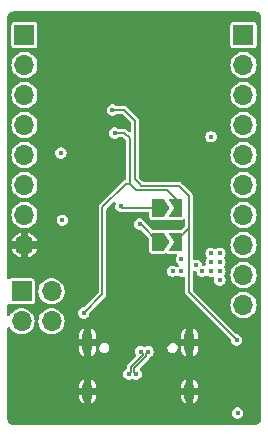
<source format=gbl>
%TF.GenerationSoftware,KiCad,Pcbnew,7.0.8*%
%TF.CreationDate,2024-04-05T01:26:40-03:00*%
%TF.ProjectId,iW-Little,69572d4c-6974-4746-9c65-2e6b69636164,rev?*%
%TF.SameCoordinates,Original*%
%TF.FileFunction,Copper,L4,Bot*%
%TF.FilePolarity,Positive*%
%FSLAX46Y46*%
G04 Gerber Fmt 4.6, Leading zero omitted, Abs format (unit mm)*
G04 Created by KiCad (PCBNEW 7.0.8) date 2024-04-05 01:26:40*
%MOMM*%
%LPD*%
G01*
G04 APERTURE LIST*
G04 Aperture macros list*
%AMFreePoly0*
4,1,6,1.000000,0.000000,0.500000,-0.750000,-0.500000,-0.750000,-0.500000,0.750000,0.500000,0.750000,1.000000,0.000000,1.000000,0.000000,$1*%
%AMFreePoly1*
4,1,6,0.500000,-0.750000,-0.650000,-0.750000,-0.150000,0.000000,-0.650000,0.750000,0.500000,0.750000,0.500000,-0.750000,0.500000,-0.750000,$1*%
G04 Aperture macros list end*
%TA.AperFunction,ComponentPad*%
%ADD10O,0.900000X2.000000*%
%TD*%
%TA.AperFunction,ComponentPad*%
%ADD11O,0.900000X1.700000*%
%TD*%
%TA.AperFunction,ComponentPad*%
%ADD12R,1.700000X1.700000*%
%TD*%
%TA.AperFunction,ComponentPad*%
%ADD13O,1.700000X1.700000*%
%TD*%
%TA.AperFunction,SMDPad,CuDef*%
%ADD14FreePoly0,0.000000*%
%TD*%
%TA.AperFunction,SMDPad,CuDef*%
%ADD15FreePoly1,0.000000*%
%TD*%
%TA.AperFunction,ViaPad*%
%ADD16C,0.450000*%
%TD*%
%TA.AperFunction,Conductor*%
%ADD17C,0.148590*%
%TD*%
%TA.AperFunction,Conductor*%
%ADD18C,0.139700*%
%TD*%
G04 APERTURE END LIST*
D10*
X137783950Y-93020000D03*
D11*
X137783950Y-97190000D03*
D10*
X146423950Y-93020000D03*
D11*
X146423950Y-97190000D03*
D12*
X132450000Y-67000000D03*
D13*
X132450000Y-69540000D03*
X132450000Y-72080000D03*
X132450000Y-74620000D03*
X132450000Y-77160000D03*
X132450000Y-79700000D03*
X132450000Y-82240000D03*
X132450000Y-84780000D03*
D12*
X151000000Y-67000000D03*
D13*
X151000000Y-69540000D03*
X151000000Y-72080000D03*
X151000000Y-74620000D03*
X151000000Y-77160000D03*
X151000000Y-79700000D03*
X151000000Y-82240000D03*
X151000000Y-84780000D03*
X151000000Y-87320000D03*
X151000000Y-89860000D03*
D12*
X132210000Y-88710000D03*
D13*
X134750000Y-88710000D03*
X132210000Y-91250000D03*
X134750000Y-91250000D03*
D14*
X143800000Y-84500000D03*
D15*
X145250000Y-84500000D03*
D14*
X143800000Y-81650000D03*
D15*
X145250000Y-81650000D03*
D16*
X137400000Y-88550000D03*
X135600000Y-81250000D03*
X137650000Y-69100000D03*
X139750000Y-67250000D03*
X145550000Y-67300000D03*
X131900000Y-95050000D03*
X139150000Y-90500000D03*
X142800000Y-86050000D03*
X135350000Y-68600000D03*
X139600000Y-72300000D03*
X141400000Y-85850000D03*
X145600000Y-99050000D03*
X145350000Y-98250000D03*
X143050000Y-98750000D03*
X140500000Y-98550000D03*
X138700000Y-98950000D03*
X138850000Y-95900000D03*
X136050000Y-99550000D03*
X135300000Y-97350000D03*
X134600000Y-98900000D03*
X133050000Y-97200000D03*
X133150000Y-95300000D03*
X135900000Y-95150000D03*
X139450000Y-97150000D03*
X138700000Y-94950000D03*
X140800000Y-94000000D03*
X143100000Y-95100000D03*
X145250000Y-96150000D03*
X145450000Y-95200000D03*
X144550000Y-97100000D03*
X147800000Y-99550000D03*
X148300000Y-97700000D03*
X147950000Y-98600000D03*
X148100000Y-93550000D03*
X148200000Y-92600000D03*
X148100000Y-96650000D03*
X147900000Y-95000000D03*
X148300000Y-78250000D03*
X136500000Y-67700000D03*
X142700000Y-67700000D03*
X143850000Y-68800000D03*
X145550000Y-69900000D03*
X142900000Y-78250000D03*
X140350000Y-77700000D03*
X144950000Y-83150000D03*
X147050000Y-83150000D03*
X143500000Y-86950000D03*
X135600000Y-98750000D03*
X135950000Y-96400000D03*
X142150000Y-97600000D03*
X141250000Y-88300000D03*
X140200000Y-84200000D03*
X135400000Y-85800000D03*
X150500000Y-99000000D03*
X143000000Y-91000000D03*
X143250000Y-76680000D03*
X137480000Y-90530000D03*
X140100000Y-75300000D03*
X145750000Y-87000000D03*
X148250000Y-75620000D03*
X145750000Y-86000000D03*
X148250000Y-86250000D03*
X149000000Y-85500000D03*
X147000000Y-86500000D03*
X149000000Y-87750000D03*
X135660000Y-82680000D03*
X148250000Y-87000000D03*
X149000000Y-87000000D03*
X135540000Y-76980000D03*
X149000000Y-86250000D03*
X145000000Y-87000000D03*
X148250000Y-85500000D03*
X147500000Y-87000000D03*
X141905150Y-95700000D03*
X142905150Y-93800000D03*
X142302750Y-93800000D03*
X141302750Y-95700000D03*
X142200000Y-83000000D03*
X150420000Y-92820000D03*
X139900000Y-73350000D03*
X140605000Y-81500000D03*
D17*
X141060000Y-79600000D02*
X141350000Y-79600000D01*
X139060000Y-81600000D02*
X141060000Y-79600000D01*
X139060000Y-88950000D02*
X139060000Y-81600000D01*
X145250000Y-81650000D02*
X145250000Y-80900000D01*
X144500000Y-80150000D02*
X141900000Y-80150000D01*
X145250000Y-80900000D02*
X144500000Y-80150000D01*
X140900000Y-75300000D02*
X140100000Y-75300000D01*
X141900000Y-80150000D02*
X141350000Y-79600000D01*
X141350000Y-75750000D02*
X140900000Y-75300000D01*
X137480000Y-90530000D02*
X139060000Y-88950000D01*
X141350000Y-79600000D02*
X141350000Y-76250000D01*
X141350000Y-76250000D02*
X141350000Y-75750000D01*
D18*
X141750000Y-95210496D02*
X142750000Y-94210496D01*
X142750000Y-94210496D02*
X142750000Y-93955150D01*
X142750000Y-93955150D02*
X142905150Y-93800000D01*
X141750000Y-95544850D02*
X141750000Y-95210496D01*
X141905150Y-95700000D02*
X141750000Y-95544850D01*
X141457900Y-95089504D02*
X142457900Y-94089504D01*
X142457900Y-93955150D02*
X142302750Y-93800000D01*
X141457900Y-95544850D02*
X141457900Y-95089504D01*
X141302750Y-95700000D02*
X141457900Y-95544850D01*
X142457900Y-94089504D02*
X142457900Y-93955150D01*
D17*
X142300000Y-83000000D02*
X142200000Y-83000000D01*
X143800000Y-84500000D02*
X142300000Y-83000000D01*
X140900000Y-73350000D02*
X139900000Y-73350000D01*
X145500000Y-79750000D02*
X143550000Y-79750000D01*
X143550000Y-79750000D02*
X142350000Y-79750000D01*
X141800000Y-74250000D02*
X141300000Y-73750000D01*
X141300000Y-73750000D02*
X140900000Y-73350000D01*
X141800000Y-79200000D02*
X141800000Y-78150000D01*
X142200000Y-79600000D02*
X141800000Y-79200000D01*
X146400000Y-83350000D02*
X146400000Y-80650000D01*
X145250000Y-84500000D02*
X146400000Y-83350000D01*
X141800000Y-78150000D02*
X141800000Y-74250000D01*
X150420000Y-92820000D02*
X146400000Y-88800000D01*
X146400000Y-80650000D02*
X145500000Y-79750000D01*
X146400000Y-88800000D02*
X146400000Y-83350000D01*
X142350000Y-79750000D02*
X142200000Y-79600000D01*
X143800000Y-81650000D02*
X140755000Y-81650000D01*
X140755000Y-81650000D02*
X140605000Y-81500000D01*
%TA.AperFunction,Conductor*%
G36*
X152003511Y-65000895D02*
G01*
X152026356Y-65003469D01*
X152105633Y-65013906D01*
X152130785Y-65019895D01*
X152164224Y-65031595D01*
X152164700Y-65031762D01*
X152168001Y-65033022D01*
X152222028Y-65055400D01*
X152240840Y-65065119D01*
X152275466Y-65086876D01*
X152280303Y-65090240D01*
X152328152Y-65126957D01*
X152334346Y-65132388D01*
X152367609Y-65165651D01*
X152373041Y-65171846D01*
X152409758Y-65219695D01*
X152413122Y-65224532D01*
X152434879Y-65259158D01*
X152444600Y-65277975D01*
X152466976Y-65331997D01*
X152468236Y-65335298D01*
X152480100Y-65369200D01*
X152486093Y-65394371D01*
X152496529Y-65473645D01*
X152499103Y-65496476D01*
X152499500Y-65503539D01*
X152499500Y-99496460D01*
X152499103Y-99503523D01*
X152496529Y-99526354D01*
X152486093Y-99605627D01*
X152480100Y-99630798D01*
X152468236Y-99664700D01*
X152466976Y-99668001D01*
X152444600Y-99722023D01*
X152434879Y-99740840D01*
X152413122Y-99775466D01*
X152409758Y-99780303D01*
X152373041Y-99828152D01*
X152367602Y-99834355D01*
X152334355Y-99867602D01*
X152328152Y-99873041D01*
X152280303Y-99909758D01*
X152275466Y-99913122D01*
X152240840Y-99934879D01*
X152222023Y-99944600D01*
X152168001Y-99966976D01*
X152164700Y-99968236D01*
X152130798Y-99980100D01*
X152105627Y-99986093D01*
X152026354Y-99996529D01*
X152003523Y-99999103D01*
X151996460Y-99999500D01*
X131503540Y-99999500D01*
X131496477Y-99999103D01*
X131473646Y-99996529D01*
X131394371Y-99986093D01*
X131369200Y-99980100D01*
X131335298Y-99968236D01*
X131331997Y-99966976D01*
X131277975Y-99944600D01*
X131259158Y-99934879D01*
X131224532Y-99913122D01*
X131219695Y-99909758D01*
X131171846Y-99873041D01*
X131165651Y-99867609D01*
X131132388Y-99834346D01*
X131126957Y-99828152D01*
X131090240Y-99780303D01*
X131086876Y-99775466D01*
X131065119Y-99740840D01*
X131055400Y-99722028D01*
X131033022Y-99668001D01*
X131031762Y-99664700D01*
X131031595Y-99664224D01*
X131019895Y-99630785D01*
X131013906Y-99605633D01*
X131003469Y-99526356D01*
X131000895Y-99503513D01*
X131000500Y-99496457D01*
X131000500Y-99000003D01*
X150015569Y-99000003D01*
X150035190Y-99136473D01*
X150035192Y-99136480D01*
X150092471Y-99261903D01*
X150182765Y-99366109D01*
X150182766Y-99366110D01*
X150240762Y-99403381D01*
X150298760Y-99440654D01*
X150431058Y-99479500D01*
X150431061Y-99479500D01*
X150568939Y-99479500D01*
X150568942Y-99479500D01*
X150701240Y-99440654D01*
X150817235Y-99366109D01*
X150907529Y-99261903D01*
X150964808Y-99136480D01*
X150984431Y-99000000D01*
X150984431Y-98999996D01*
X150964809Y-98863526D01*
X150964808Y-98863525D01*
X150964808Y-98863520D01*
X150907529Y-98738097D01*
X150817235Y-98633891D01*
X150817234Y-98633890D01*
X150817233Y-98633889D01*
X150701240Y-98559346D01*
X150568947Y-98520501D01*
X150568944Y-98520500D01*
X150568942Y-98520500D01*
X150431058Y-98520500D01*
X150431056Y-98520500D01*
X150431052Y-98520501D01*
X150298759Y-98559346D01*
X150182766Y-98633889D01*
X150092470Y-98738098D01*
X150035192Y-98863519D01*
X150035190Y-98863526D01*
X150015569Y-98999996D01*
X150015569Y-99000003D01*
X131000500Y-99000003D01*
X131000500Y-97632594D01*
X137079950Y-97632594D01*
X137095384Y-97759713D01*
X137156009Y-97919565D01*
X137156012Y-97919571D01*
X137253126Y-98060265D01*
X137381094Y-98173635D01*
X137483950Y-98227617D01*
X137483950Y-97617802D01*
X137499362Y-97700250D01*
X137558407Y-97795610D01*
X137647912Y-97863201D01*
X137755790Y-97893895D01*
X137867471Y-97883546D01*
X137967872Y-97833552D01*
X138043434Y-97750666D01*
X138083950Y-97646080D01*
X138083950Y-98227617D01*
X138186805Y-98173635D01*
X138314773Y-98060265D01*
X138411887Y-97919571D01*
X138411890Y-97919565D01*
X138472515Y-97759713D01*
X138487949Y-97632594D01*
X145719950Y-97632594D01*
X145735384Y-97759713D01*
X145796009Y-97919565D01*
X145796012Y-97919571D01*
X145893126Y-98060265D01*
X146021094Y-98173635D01*
X146123950Y-98227617D01*
X146123950Y-97617802D01*
X146139362Y-97700250D01*
X146198407Y-97795610D01*
X146287912Y-97863201D01*
X146395790Y-97893895D01*
X146507471Y-97883546D01*
X146607872Y-97833552D01*
X146683434Y-97750666D01*
X146723950Y-97646080D01*
X146723950Y-98227617D01*
X146826805Y-98173635D01*
X146954773Y-98060265D01*
X147051887Y-97919571D01*
X147051890Y-97919565D01*
X147112515Y-97759713D01*
X147127949Y-97632594D01*
X147127950Y-97632584D01*
X147127950Y-97490000D01*
X146723950Y-97490000D01*
X146723950Y-96890000D01*
X147127950Y-96890000D01*
X147127950Y-96747415D01*
X147127949Y-96747405D01*
X147112515Y-96620286D01*
X147051890Y-96460434D01*
X147051887Y-96460428D01*
X146954773Y-96319734D01*
X146826806Y-96206365D01*
X146826804Y-96206363D01*
X146723950Y-96152381D01*
X146723950Y-96762198D01*
X146708538Y-96679750D01*
X146649493Y-96584390D01*
X146559988Y-96516799D01*
X146452110Y-96486105D01*
X146340429Y-96496454D01*
X146240028Y-96546448D01*
X146164466Y-96629334D01*
X146123950Y-96733920D01*
X146123950Y-96152381D01*
X146021095Y-96206363D01*
X146021093Y-96206365D01*
X145893126Y-96319734D01*
X145796012Y-96460428D01*
X145796009Y-96460434D01*
X145735384Y-96620286D01*
X145719950Y-96747405D01*
X145719950Y-96890000D01*
X146123950Y-96890000D01*
X146123950Y-97490000D01*
X145719950Y-97490000D01*
X145719950Y-97632594D01*
X138487949Y-97632594D01*
X138487950Y-97632584D01*
X138487950Y-97490000D01*
X138083950Y-97490000D01*
X138083950Y-96890000D01*
X138487950Y-96890000D01*
X138487950Y-96747415D01*
X138487949Y-96747405D01*
X138472515Y-96620286D01*
X138411890Y-96460434D01*
X138411887Y-96460428D01*
X138314773Y-96319734D01*
X138186806Y-96206365D01*
X138186804Y-96206363D01*
X138083950Y-96152381D01*
X138083950Y-96762198D01*
X138068538Y-96679750D01*
X138009493Y-96584390D01*
X137919988Y-96516799D01*
X137812110Y-96486105D01*
X137700429Y-96496454D01*
X137600028Y-96546448D01*
X137524466Y-96629334D01*
X137483950Y-96733920D01*
X137483950Y-96152381D01*
X137381095Y-96206363D01*
X137381093Y-96206365D01*
X137253126Y-96319734D01*
X137156012Y-96460428D01*
X137156009Y-96460434D01*
X137095384Y-96620286D01*
X137079950Y-96747405D01*
X137079950Y-96890000D01*
X137483950Y-96890000D01*
X137483950Y-97490000D01*
X137079950Y-97490000D01*
X137079950Y-97632594D01*
X131000500Y-97632594D01*
X131000500Y-95700003D01*
X140818319Y-95700003D01*
X140837940Y-95836473D01*
X140837942Y-95836480D01*
X140895221Y-95961903D01*
X140985515Y-96066109D01*
X140985516Y-96066110D01*
X141001550Y-96076414D01*
X141101510Y-96140654D01*
X141233808Y-96179500D01*
X141233811Y-96179500D01*
X141371689Y-96179500D01*
X141371692Y-96179500D01*
X141503990Y-96140654D01*
X141535831Y-96120191D01*
X141603949Y-96100189D01*
X141672065Y-96120189D01*
X141703910Y-96140654D01*
X141836208Y-96179500D01*
X141836211Y-96179500D01*
X141974089Y-96179500D01*
X141974092Y-96179500D01*
X142106390Y-96140654D01*
X142222385Y-96066109D01*
X142312679Y-95961903D01*
X142369958Y-95836480D01*
X142389581Y-95700000D01*
X142389581Y-95699996D01*
X142369959Y-95563526D01*
X142369958Y-95563525D01*
X142369958Y-95563520D01*
X142312679Y-95438097D01*
X142235567Y-95349104D01*
X142206074Y-95284522D01*
X142216179Y-95214249D01*
X142241694Y-95177500D01*
X142967404Y-94451790D01*
X142971422Y-94448108D01*
X143002300Y-94422201D01*
X143022442Y-94387313D01*
X143025393Y-94382681D01*
X143048496Y-94349688D01*
X143048497Y-94349687D01*
X143048497Y-94349684D01*
X143051165Y-94343963D01*
X143057329Y-94329084D01*
X143059490Y-94323146D01*
X143059490Y-94323145D01*
X143059492Y-94323142D01*
X143060325Y-94318412D01*
X143091850Y-94254800D01*
X143116292Y-94234291D01*
X143222383Y-94166110D01*
X143222382Y-94166110D01*
X143222385Y-94166109D01*
X143312679Y-94061903D01*
X143369958Y-93936480D01*
X143376711Y-93889514D01*
X143389581Y-93800003D01*
X143389581Y-93799996D01*
X143369959Y-93663526D01*
X143369958Y-93663525D01*
X143369958Y-93663520D01*
X143312679Y-93538097D01*
X143251673Y-93467692D01*
X144562830Y-93467692D01*
X144572460Y-93596202D01*
X144619542Y-93716164D01*
X144619543Y-93716165D01*
X144699890Y-93816918D01*
X144699891Y-93816920D01*
X144758982Y-93857207D01*
X144806369Y-93889515D01*
X144929515Y-93927500D01*
X145025984Y-93927500D01*
X145025989Y-93927500D01*
X145121381Y-93913122D01*
X145237490Y-93857207D01*
X145331958Y-93769553D01*
X145396394Y-93657948D01*
X145406746Y-93612594D01*
X145719950Y-93612594D01*
X145735384Y-93739713D01*
X145796009Y-93899565D01*
X145796012Y-93899571D01*
X145893126Y-94040265D01*
X146021094Y-94153635D01*
X146123950Y-94207617D01*
X146123950Y-93597802D01*
X146139362Y-93680250D01*
X146198407Y-93775610D01*
X146287912Y-93843201D01*
X146395790Y-93873895D01*
X146507471Y-93863546D01*
X146607872Y-93813552D01*
X146683434Y-93730666D01*
X146723950Y-93626080D01*
X146723950Y-94207617D01*
X146826805Y-94153635D01*
X146954773Y-94040265D01*
X147051887Y-93899571D01*
X147051890Y-93899565D01*
X147112515Y-93739713D01*
X147127949Y-93612594D01*
X147127950Y-93612584D01*
X147127950Y-93320000D01*
X146723950Y-93320000D01*
X146723950Y-92720000D01*
X147127950Y-92720000D01*
X147127950Y-92427415D01*
X147127949Y-92427405D01*
X147112515Y-92300286D01*
X147051890Y-92140434D01*
X147051887Y-92140428D01*
X146954773Y-91999734D01*
X146826806Y-91886365D01*
X146826804Y-91886363D01*
X146723950Y-91832381D01*
X146723950Y-92442198D01*
X146708538Y-92359750D01*
X146649493Y-92264390D01*
X146559988Y-92196799D01*
X146452110Y-92166105D01*
X146340429Y-92176454D01*
X146240028Y-92226448D01*
X146164466Y-92309334D01*
X146123950Y-92413920D01*
X146123950Y-91832381D01*
X146021095Y-91886363D01*
X146021093Y-91886365D01*
X145893126Y-91999734D01*
X145796012Y-92140428D01*
X145796009Y-92140434D01*
X145735384Y-92300286D01*
X145719950Y-92427405D01*
X145719950Y-92720000D01*
X146123950Y-92720000D01*
X146123950Y-93320000D01*
X145719950Y-93320000D01*
X145719950Y-93612594D01*
X145406746Y-93612594D01*
X145425070Y-93532308D01*
X145415440Y-93403798D01*
X145368358Y-93283836D01*
X145314791Y-93216665D01*
X145288009Y-93183081D01*
X145288008Y-93183079D01*
X145181531Y-93110485D01*
X145181529Y-93110484D01*
X145058385Y-93072500D01*
X144961911Y-93072500D01*
X144866519Y-93086878D01*
X144866517Y-93086878D01*
X144866516Y-93086879D01*
X144750412Y-93142791D01*
X144750407Y-93142795D01*
X144655941Y-93230446D01*
X144591505Y-93342052D01*
X144562830Y-93467689D01*
X144562830Y-93467690D01*
X144562830Y-93467692D01*
X143251673Y-93467692D01*
X143222385Y-93433891D01*
X143222384Y-93433890D01*
X143222383Y-93433889D01*
X143106390Y-93359346D01*
X142974097Y-93320501D01*
X142974094Y-93320500D01*
X142974092Y-93320500D01*
X142836208Y-93320500D01*
X142836206Y-93320500D01*
X142836202Y-93320501D01*
X142703911Y-93359345D01*
X142672068Y-93379809D01*
X142603947Y-93399809D01*
X142535832Y-93379809D01*
X142503988Y-93359345D01*
X142371697Y-93320501D01*
X142371694Y-93320500D01*
X142371692Y-93320500D01*
X142233808Y-93320500D01*
X142233806Y-93320500D01*
X142233802Y-93320501D01*
X142101509Y-93359346D01*
X141985516Y-93433889D01*
X141895220Y-93538098D01*
X141837942Y-93663519D01*
X141837940Y-93663526D01*
X141818319Y-93799996D01*
X141818319Y-93800003D01*
X141837940Y-93936473D01*
X141837942Y-93936480D01*
X141898965Y-94070101D01*
X141896154Y-94071384D01*
X141911805Y-94124746D01*
X141891782Y-94192860D01*
X141874900Y-94213802D01*
X141240520Y-94848183D01*
X141236468Y-94851896D01*
X141205601Y-94877797D01*
X141205600Y-94877799D01*
X141185458Y-94912684D01*
X141182505Y-94917319D01*
X141159405Y-94950309D01*
X141156757Y-94955987D01*
X141150552Y-94970968D01*
X141148406Y-94976863D01*
X141141412Y-95016527D01*
X141140223Y-95021893D01*
X141129799Y-95060794D01*
X141129799Y-95060798D01*
X141133310Y-95100938D01*
X141133550Y-95106430D01*
X141133550Y-95169953D01*
X141113548Y-95238074D01*
X141075671Y-95275951D01*
X140985515Y-95333890D01*
X140895220Y-95438098D01*
X140837942Y-95563519D01*
X140837940Y-95563526D01*
X140818319Y-95699996D01*
X140818319Y-95700003D01*
X131000500Y-95700003D01*
X131000500Y-93612594D01*
X137079950Y-93612594D01*
X137095384Y-93739713D01*
X137156009Y-93899565D01*
X137156012Y-93899571D01*
X137253126Y-94040265D01*
X137381094Y-94153635D01*
X137483950Y-94207617D01*
X137483950Y-93597802D01*
X137499362Y-93680250D01*
X137558407Y-93775610D01*
X137647912Y-93843201D01*
X137755790Y-93873895D01*
X137867471Y-93863546D01*
X137967872Y-93813552D01*
X138043434Y-93730666D01*
X138083950Y-93626080D01*
X138083950Y-94207617D01*
X138186805Y-94153635D01*
X138314773Y-94040265D01*
X138411887Y-93899571D01*
X138411890Y-93899565D01*
X138472515Y-93739713D01*
X138487949Y-93612594D01*
X138487950Y-93612584D01*
X138487950Y-93467692D01*
X138782830Y-93467692D01*
X138792460Y-93596202D01*
X138839542Y-93716164D01*
X138839543Y-93716165D01*
X138919890Y-93816918D01*
X138919891Y-93816920D01*
X138978982Y-93857207D01*
X139026369Y-93889515D01*
X139149515Y-93927500D01*
X139245984Y-93927500D01*
X139245989Y-93927500D01*
X139341381Y-93913122D01*
X139457490Y-93857207D01*
X139551958Y-93769553D01*
X139616394Y-93657948D01*
X139645070Y-93532308D01*
X139635440Y-93403798D01*
X139588358Y-93283836D01*
X139534791Y-93216665D01*
X139508009Y-93183081D01*
X139508008Y-93183079D01*
X139401531Y-93110485D01*
X139401529Y-93110484D01*
X139278385Y-93072500D01*
X139181911Y-93072500D01*
X139086519Y-93086878D01*
X139086517Y-93086878D01*
X139086516Y-93086879D01*
X138970412Y-93142791D01*
X138970407Y-93142795D01*
X138875941Y-93230446D01*
X138811505Y-93342052D01*
X138782830Y-93467689D01*
X138782830Y-93467690D01*
X138782830Y-93467692D01*
X138487950Y-93467692D01*
X138487950Y-93320000D01*
X138083950Y-93320000D01*
X138083950Y-92720000D01*
X138487950Y-92720000D01*
X138487950Y-92427415D01*
X138487949Y-92427405D01*
X138472515Y-92300286D01*
X138411890Y-92140434D01*
X138411887Y-92140428D01*
X138314773Y-91999734D01*
X138186806Y-91886365D01*
X138186804Y-91886363D01*
X138083950Y-91832381D01*
X138083950Y-92442198D01*
X138068538Y-92359750D01*
X138009493Y-92264390D01*
X137919988Y-92196799D01*
X137812110Y-92166105D01*
X137700429Y-92176454D01*
X137600028Y-92226448D01*
X137524466Y-92309334D01*
X137483950Y-92413920D01*
X137483950Y-91832381D01*
X137381095Y-91886363D01*
X137381093Y-91886365D01*
X137253126Y-91999734D01*
X137156012Y-92140428D01*
X137156009Y-92140434D01*
X137095384Y-92300286D01*
X137079950Y-92427405D01*
X137079950Y-92720000D01*
X137483950Y-92720000D01*
X137483950Y-93320000D01*
X137079950Y-93320000D01*
X137079950Y-93612594D01*
X131000500Y-93612594D01*
X131000500Y-91834627D01*
X131020502Y-91766506D01*
X131074158Y-91720013D01*
X131144432Y-91709909D01*
X131209012Y-91739403D01*
X131239289Y-91778462D01*
X131266912Y-91833935D01*
X131266913Y-91833936D01*
X131390266Y-91997284D01*
X131541536Y-92135185D01*
X131715566Y-92242940D01*
X131715568Y-92242940D01*
X131715573Y-92242944D01*
X131906444Y-92316888D01*
X132107653Y-92354500D01*
X132107655Y-92354500D01*
X132312345Y-92354500D01*
X132312347Y-92354500D01*
X132513556Y-92316888D01*
X132704427Y-92242944D01*
X132878462Y-92135186D01*
X133029732Y-91997285D01*
X133153088Y-91833935D01*
X133244328Y-91650701D01*
X133300345Y-91453821D01*
X133319232Y-91250004D01*
X133640768Y-91250004D01*
X133659654Y-91453819D01*
X133659655Y-91453821D01*
X133715672Y-91650701D01*
X133806912Y-91833935D01*
X133806913Y-91833936D01*
X133930266Y-91997284D01*
X134081536Y-92135185D01*
X134255566Y-92242940D01*
X134255568Y-92242940D01*
X134255573Y-92242944D01*
X134446444Y-92316888D01*
X134647653Y-92354500D01*
X134647655Y-92354500D01*
X134852345Y-92354500D01*
X134852347Y-92354500D01*
X135053556Y-92316888D01*
X135244427Y-92242944D01*
X135418462Y-92135186D01*
X135569732Y-91997285D01*
X135693088Y-91833935D01*
X135784328Y-91650701D01*
X135840345Y-91453821D01*
X135859232Y-91250000D01*
X135840345Y-91046179D01*
X135784328Y-90849299D01*
X135693088Y-90666065D01*
X135652538Y-90612368D01*
X135590340Y-90530003D01*
X136995569Y-90530003D01*
X137015190Y-90666473D01*
X137015192Y-90666480D01*
X137051135Y-90745185D01*
X137072471Y-90791903D01*
X137125363Y-90852944D01*
X137162766Y-90896110D01*
X137210655Y-90926886D01*
X137278760Y-90970654D01*
X137411058Y-91009500D01*
X137411061Y-91009500D01*
X137548939Y-91009500D01*
X137548942Y-91009500D01*
X137681240Y-90970654D01*
X137797235Y-90896109D01*
X137887529Y-90791903D01*
X137944808Y-90666480D01*
X137961728Y-90548794D01*
X137991220Y-90484217D01*
X137997336Y-90477648D01*
X139280408Y-89194576D01*
X139284441Y-89190882D01*
X139285519Y-89189977D01*
X139315757Y-89164606D01*
X139336196Y-89129203D01*
X139339134Y-89124589D01*
X139362586Y-89091099D01*
X139362587Y-89091094D01*
X139364992Y-89085938D01*
X139371781Y-89069549D01*
X139373732Y-89064188D01*
X139377841Y-89040882D01*
X139380829Y-89023934D01*
X139382017Y-89018578D01*
X139392597Y-88979098D01*
X139389273Y-88941101D01*
X139389035Y-88938376D01*
X139388795Y-88932884D01*
X139388795Y-81788381D01*
X139408797Y-81720260D01*
X139425694Y-81699291D01*
X139964712Y-81160273D01*
X140027021Y-81126251D01*
X140097836Y-81131315D01*
X140154672Y-81173862D01*
X140179483Y-81240382D01*
X140168418Y-81301712D01*
X140140193Y-81363516D01*
X140140190Y-81363526D01*
X140120569Y-81499996D01*
X140120569Y-81500003D01*
X140140190Y-81636473D01*
X140140192Y-81636480D01*
X140197471Y-81761903D01*
X140264536Y-81839301D01*
X140287766Y-81866110D01*
X140345762Y-81903381D01*
X140403760Y-81940654D01*
X140536058Y-81979500D01*
X140536061Y-81979500D01*
X140673933Y-81979500D01*
X140673942Y-81979500D01*
X140673950Y-81979497D01*
X140674635Y-81979399D01*
X140676331Y-81979500D01*
X140682955Y-81979500D01*
X140682955Y-81979894D01*
X140714900Y-81981797D01*
X140714915Y-81981636D01*
X140720718Y-81982143D01*
X140725207Y-81982410D01*
X140725902Y-81982597D01*
X140757237Y-81979855D01*
X140766622Y-81979035D01*
X140772115Y-81978795D01*
X142914514Y-81978795D01*
X142982635Y-81998797D01*
X143029128Y-82052453D01*
X143040514Y-82104795D01*
X143040514Y-82400005D01*
X143060266Y-82499302D01*
X143116515Y-82583484D01*
X143200697Y-82639733D01*
X143200699Y-82639734D01*
X143274662Y-82654446D01*
X143299994Y-82659485D01*
X143299997Y-82659485D01*
X143300000Y-82659486D01*
X143300001Y-82659486D01*
X144299995Y-82659486D01*
X144300000Y-82659486D01*
X144350889Y-82654447D01*
X144395151Y-82636058D01*
X144465731Y-82628397D01*
X144491706Y-82636009D01*
X144500699Y-82639734D01*
X144599994Y-82659485D01*
X144599997Y-82659485D01*
X144600000Y-82659486D01*
X144600001Y-82659486D01*
X145749999Y-82659486D01*
X145750000Y-82659486D01*
X145849301Y-82639734D01*
X145866268Y-82628397D01*
X145875202Y-82622428D01*
X145942955Y-82601212D01*
X146011422Y-82619994D01*
X146058866Y-82672811D01*
X146071205Y-82727192D01*
X146071205Y-83161616D01*
X146051203Y-83229737D01*
X146034300Y-83250711D01*
X145831402Y-83453609D01*
X145769090Y-83487635D01*
X145742307Y-83490514D01*
X144600000Y-83490514D01*
X144583214Y-83492158D01*
X144549641Y-83495447D01*
X144504611Y-83514044D01*
X144434013Y-83521558D01*
X144408296Y-83513992D01*
X144399300Y-83510265D01*
X144300005Y-83490514D01*
X144300000Y-83490514D01*
X143307690Y-83490514D01*
X143239569Y-83470512D01*
X143218595Y-83453609D01*
X142700557Y-82935571D01*
X142666531Y-82873259D01*
X142664938Y-82864426D01*
X142664808Y-82863520D01*
X142607529Y-82738097D01*
X142517235Y-82633891D01*
X142517234Y-82633890D01*
X142517233Y-82633889D01*
X142401240Y-82559346D01*
X142268947Y-82520501D01*
X142268944Y-82520500D01*
X142268942Y-82520500D01*
X142131058Y-82520500D01*
X142131056Y-82520500D01*
X142131052Y-82520501D01*
X141998759Y-82559346D01*
X141882766Y-82633889D01*
X141792470Y-82738098D01*
X141735192Y-82863519D01*
X141735190Y-82863526D01*
X141715569Y-82999996D01*
X141715569Y-83000003D01*
X141735190Y-83136473D01*
X141735192Y-83136480D01*
X141792471Y-83261903D01*
X141864041Y-83344500D01*
X141882766Y-83366110D01*
X141902976Y-83379098D01*
X141998760Y-83440654D01*
X142131058Y-83479500D01*
X142131061Y-83479500D01*
X142262324Y-83479500D01*
X142330445Y-83499502D01*
X142351419Y-83516405D01*
X143003609Y-84168595D01*
X143037635Y-84230907D01*
X143040514Y-84257690D01*
X143040514Y-85250005D01*
X143060266Y-85349302D01*
X143116515Y-85433484D01*
X143200697Y-85489733D01*
X143200699Y-85489734D01*
X143274662Y-85504446D01*
X143299994Y-85509485D01*
X143299997Y-85509485D01*
X143300000Y-85509486D01*
X143300001Y-85509486D01*
X144299995Y-85509486D01*
X144300000Y-85509486D01*
X144350889Y-85504447D01*
X144395151Y-85486058D01*
X144465731Y-85478397D01*
X144491706Y-85486009D01*
X144500699Y-85489734D01*
X144599994Y-85509485D01*
X144599997Y-85509485D01*
X144600000Y-85509486D01*
X144600001Y-85509486D01*
X145264662Y-85509486D01*
X145332783Y-85529488D01*
X145379276Y-85583144D01*
X145389380Y-85653418D01*
X145359888Y-85717997D01*
X145342470Y-85738098D01*
X145285192Y-85863519D01*
X145285190Y-85863526D01*
X145265569Y-85999996D01*
X145265569Y-86000003D01*
X145285190Y-86136473D01*
X145285192Y-86136480D01*
X145342471Y-86261903D01*
X145428795Y-86361527D01*
X145432766Y-86366110D01*
X145476167Y-86394002D01*
X145522660Y-86447657D01*
X145532765Y-86517931D01*
X145503272Y-86582512D01*
X145476165Y-86605999D01*
X145443118Y-86627236D01*
X145374997Y-86647237D01*
X145306880Y-86627236D01*
X145273834Y-86605999D01*
X145201240Y-86559346D01*
X145201237Y-86559345D01*
X145068947Y-86520501D01*
X145068944Y-86520500D01*
X145068942Y-86520500D01*
X144931058Y-86520500D01*
X144931056Y-86520500D01*
X144931052Y-86520501D01*
X144798759Y-86559346D01*
X144682766Y-86633889D01*
X144592470Y-86738098D01*
X144535192Y-86863519D01*
X144535190Y-86863526D01*
X144515569Y-86999996D01*
X144515569Y-87000003D01*
X144535190Y-87136473D01*
X144535192Y-87136480D01*
X144592471Y-87261903D01*
X144645115Y-87322658D01*
X144682766Y-87366110D01*
X144724503Y-87392932D01*
X144798760Y-87440654D01*
X144931058Y-87479500D01*
X144931061Y-87479500D01*
X145068939Y-87479500D01*
X145068942Y-87479500D01*
X145201240Y-87440654D01*
X145283344Y-87387888D01*
X145306880Y-87372764D01*
X145375001Y-87352762D01*
X145443120Y-87372764D01*
X145474503Y-87392932D01*
X145548760Y-87440654D01*
X145681058Y-87479500D01*
X145681061Y-87479500D01*
X145818939Y-87479500D01*
X145818942Y-87479500D01*
X145909707Y-87452849D01*
X145980703Y-87452849D01*
X146040429Y-87491232D01*
X146069922Y-87555813D01*
X146071205Y-87573745D01*
X146071205Y-88782898D01*
X146070965Y-88788385D01*
X146067403Y-88829098D01*
X146077983Y-88868581D01*
X146079170Y-88873936D01*
X146086267Y-88914186D01*
X146088209Y-88919523D01*
X146095020Y-88935963D01*
X146097415Y-88941101D01*
X146120854Y-88974576D01*
X146123807Y-88979211D01*
X146144243Y-89014606D01*
X146175558Y-89040882D01*
X146179600Y-89044586D01*
X149021376Y-91886363D01*
X149902649Y-92767636D01*
X149936675Y-92829948D01*
X149938271Y-92838799D01*
X149955190Y-92956473D01*
X149955192Y-92956480D01*
X150012471Y-93081903D01*
X150100141Y-93183081D01*
X150102766Y-93186110D01*
X150160762Y-93223381D01*
X150218760Y-93260654D01*
X150351058Y-93299500D01*
X150351061Y-93299500D01*
X150488939Y-93299500D01*
X150488942Y-93299500D01*
X150621240Y-93260654D01*
X150737235Y-93186109D01*
X150827529Y-93081903D01*
X150884808Y-92956480D01*
X150904431Y-92820000D01*
X150904431Y-92819996D01*
X150884809Y-92683526D01*
X150884808Y-92683525D01*
X150884808Y-92683520D01*
X150827529Y-92558097D01*
X150737235Y-92453891D01*
X150737234Y-92453890D01*
X150737233Y-92453889D01*
X150621240Y-92379346D01*
X150488947Y-92340501D01*
X150488944Y-92340500D01*
X150488942Y-92340500D01*
X150488939Y-92340500D01*
X150457677Y-92340500D01*
X150389556Y-92320498D01*
X150368582Y-92303595D01*
X147924991Y-89860004D01*
X149890768Y-89860004D01*
X149909654Y-90063819D01*
X149938127Y-90163891D01*
X149965672Y-90260701D01*
X150056912Y-90443935D01*
X150056913Y-90443936D01*
X150180266Y-90607284D01*
X150331536Y-90745185D01*
X150505566Y-90852940D01*
X150505568Y-90852940D01*
X150505573Y-90852944D01*
X150696444Y-90926888D01*
X150897653Y-90964500D01*
X150897655Y-90964500D01*
X151102345Y-90964500D01*
X151102347Y-90964500D01*
X151303556Y-90926888D01*
X151494427Y-90852944D01*
X151668462Y-90745186D01*
X151819732Y-90607285D01*
X151943088Y-90443935D01*
X152034328Y-90260701D01*
X152090345Y-90063821D01*
X152096640Y-89995880D01*
X152109232Y-89860004D01*
X152109232Y-89859995D01*
X152090345Y-89656180D01*
X152072991Y-89595186D01*
X152034328Y-89459299D01*
X151943088Y-89276065D01*
X151881567Y-89194598D01*
X151819733Y-89112715D01*
X151668463Y-88974814D01*
X151494433Y-88867059D01*
X151494428Y-88867057D01*
X151494427Y-88867056D01*
X151398104Y-88829740D01*
X151303559Y-88793113D01*
X151303560Y-88793113D01*
X151303557Y-88793112D01*
X151303556Y-88793112D01*
X151102347Y-88755500D01*
X150897653Y-88755500D01*
X150696444Y-88793112D01*
X150696439Y-88793113D01*
X150505577Y-88867054D01*
X150505566Y-88867059D01*
X150331536Y-88974814D01*
X150180266Y-89112715D01*
X150056913Y-89276063D01*
X149965671Y-89459301D01*
X149909654Y-89656180D01*
X149890768Y-89859995D01*
X149890768Y-89860004D01*
X147924991Y-89860004D01*
X146765700Y-88700713D01*
X146731674Y-88638401D01*
X146728795Y-88611618D01*
X146728795Y-87088426D01*
X146748797Y-87020305D01*
X146802453Y-86973812D01*
X146872727Y-86963708D01*
X146890288Y-86967528D01*
X146931058Y-86979500D01*
X146931059Y-86979500D01*
X146938521Y-86981691D01*
X146998247Y-87020075D01*
X147027740Y-87084655D01*
X147035190Y-87136473D01*
X147035192Y-87136480D01*
X147092471Y-87261903D01*
X147145115Y-87322658D01*
X147182766Y-87366110D01*
X147224503Y-87392932D01*
X147298760Y-87440654D01*
X147431058Y-87479500D01*
X147431061Y-87479500D01*
X147568939Y-87479500D01*
X147568942Y-87479500D01*
X147701240Y-87440654D01*
X147783344Y-87387888D01*
X147806880Y-87372764D01*
X147875001Y-87352762D01*
X147943120Y-87372764D01*
X147974503Y-87392932D01*
X148048760Y-87440654D01*
X148181058Y-87479500D01*
X148181061Y-87479500D01*
X148318939Y-87479500D01*
X148318942Y-87479500D01*
X148377257Y-87462376D01*
X148448250Y-87462376D01*
X148507976Y-87500759D01*
X148537470Y-87565340D01*
X148534685Y-87604342D01*
X148536474Y-87604600D01*
X148515569Y-87749996D01*
X148515569Y-87750003D01*
X148535190Y-87886473D01*
X148535192Y-87886480D01*
X148570007Y-87962715D01*
X148592471Y-88011903D01*
X148682765Y-88116109D01*
X148682766Y-88116110D01*
X148698257Y-88126065D01*
X148798760Y-88190654D01*
X148931058Y-88229500D01*
X148931061Y-88229500D01*
X149068939Y-88229500D01*
X149068942Y-88229500D01*
X149201240Y-88190654D01*
X149317235Y-88116109D01*
X149407529Y-88011903D01*
X149464808Y-87886480D01*
X149472219Y-87834934D01*
X149484431Y-87750003D01*
X149484431Y-87749996D01*
X149464809Y-87613526D01*
X149464808Y-87613525D01*
X149464808Y-87613520D01*
X149407529Y-87488097D01*
X149381025Y-87457510D01*
X149351534Y-87392932D01*
X149361637Y-87322658D01*
X149363343Y-87320004D01*
X149890768Y-87320004D01*
X149909654Y-87523819D01*
X149964634Y-87717054D01*
X149965672Y-87720701D01*
X150056912Y-87903935D01*
X150056913Y-87903936D01*
X150180266Y-88067284D01*
X150331536Y-88205185D01*
X150505566Y-88312940D01*
X150505568Y-88312940D01*
X150505573Y-88312944D01*
X150696444Y-88386888D01*
X150897653Y-88424500D01*
X150897655Y-88424500D01*
X151102345Y-88424500D01*
X151102347Y-88424500D01*
X151303556Y-88386888D01*
X151494427Y-88312944D01*
X151668462Y-88205186D01*
X151819732Y-88067285D01*
X151943088Y-87903935D01*
X152034328Y-87720701D01*
X152090345Y-87523821D01*
X152103312Y-87383891D01*
X152109232Y-87320004D01*
X152109232Y-87319995D01*
X152092226Y-87136480D01*
X152090345Y-87116179D01*
X152034328Y-86919299D01*
X151943088Y-86736065D01*
X151902538Y-86682368D01*
X151819733Y-86572715D01*
X151668463Y-86434814D01*
X151494433Y-86327059D01*
X151494428Y-86327057D01*
X151494427Y-86327056D01*
X151494422Y-86327054D01*
X151303559Y-86253113D01*
X151303560Y-86253113D01*
X151303557Y-86253112D01*
X151303556Y-86253112D01*
X151102347Y-86215500D01*
X150897653Y-86215500D01*
X150713092Y-86250000D01*
X150696439Y-86253113D01*
X150505577Y-86327054D01*
X150505566Y-86327059D01*
X150331536Y-86434814D01*
X150180266Y-86572715D01*
X150056913Y-86736063D01*
X149965671Y-86919301D01*
X149909654Y-87116180D01*
X149890768Y-87319995D01*
X149890768Y-87320004D01*
X149363343Y-87320004D01*
X149381023Y-87292491D01*
X149407529Y-87261903D01*
X149464808Y-87136480D01*
X149471717Y-87088426D01*
X149484431Y-87000003D01*
X149484431Y-86999996D01*
X149464809Y-86863526D01*
X149464808Y-86863525D01*
X149464808Y-86863520D01*
X149407529Y-86738097D01*
X149381025Y-86707510D01*
X149351534Y-86642932D01*
X149361637Y-86572658D01*
X149381023Y-86542491D01*
X149407529Y-86511903D01*
X149464808Y-86386480D01*
X149482720Y-86261901D01*
X149484431Y-86250003D01*
X149484431Y-86249996D01*
X149464809Y-86113526D01*
X149464808Y-86113525D01*
X149464808Y-86113520D01*
X149407529Y-85988097D01*
X149381025Y-85957510D01*
X149351534Y-85892932D01*
X149361637Y-85822658D01*
X149381026Y-85792489D01*
X149407529Y-85761903D01*
X149464808Y-85636480D01*
X149472477Y-85583144D01*
X149484431Y-85500003D01*
X149484431Y-85499996D01*
X149464809Y-85363526D01*
X149464808Y-85363525D01*
X149464808Y-85363520D01*
X149407529Y-85238097D01*
X149317235Y-85133891D01*
X149317234Y-85133890D01*
X149317233Y-85133889D01*
X149201240Y-85059346D01*
X149068947Y-85020501D01*
X149068944Y-85020500D01*
X149068942Y-85020500D01*
X148931058Y-85020500D01*
X148931056Y-85020500D01*
X148931052Y-85020501D01*
X148798762Y-85059345D01*
X148693120Y-85127236D01*
X148624999Y-85147237D01*
X148556880Y-85127236D01*
X148483378Y-85080000D01*
X148451240Y-85059346D01*
X148451237Y-85059345D01*
X148318947Y-85020501D01*
X148318944Y-85020500D01*
X148318942Y-85020500D01*
X148181058Y-85020500D01*
X148181056Y-85020500D01*
X148181052Y-85020501D01*
X148048759Y-85059346D01*
X147932766Y-85133889D01*
X147842470Y-85238098D01*
X147785192Y-85363519D01*
X147785190Y-85363526D01*
X147765569Y-85499996D01*
X147765569Y-85500003D01*
X147785190Y-85636473D01*
X147785192Y-85636480D01*
X147842470Y-85761902D01*
X147842472Y-85761905D01*
X147868973Y-85792489D01*
X147898466Y-85857070D01*
X147888361Y-85927344D01*
X147868973Y-85957511D01*
X147842472Y-85988094D01*
X147842470Y-85988097D01*
X147785192Y-86113519D01*
X147785190Y-86113526D01*
X147765569Y-86249996D01*
X147765569Y-86250003D01*
X147786474Y-86395400D01*
X147783652Y-86395805D01*
X147783644Y-86452243D01*
X147745251Y-86511963D01*
X147680665Y-86541446D01*
X147627254Y-86537622D01*
X147561477Y-86518308D01*
X147501751Y-86479924D01*
X147472259Y-86415346D01*
X147464808Y-86363520D01*
X147407529Y-86238097D01*
X147317235Y-86133891D01*
X147317234Y-86133890D01*
X147317233Y-86133889D01*
X147201240Y-86059346D01*
X147068947Y-86020501D01*
X147068944Y-86020500D01*
X147068942Y-86020500D01*
X146931058Y-86020500D01*
X146931056Y-86020500D01*
X146931050Y-86020501D01*
X146890292Y-86032469D01*
X146819296Y-86032469D01*
X146759570Y-85994085D01*
X146730077Y-85929504D01*
X146728795Y-85911573D01*
X146728795Y-84780004D01*
X149890768Y-84780004D01*
X149909654Y-84983819D01*
X149965620Y-85180518D01*
X149965672Y-85180701D01*
X150056912Y-85363935D01*
X150056913Y-85363936D01*
X150180266Y-85527284D01*
X150331536Y-85665185D01*
X150505566Y-85772940D01*
X150505568Y-85772940D01*
X150505573Y-85772944D01*
X150696444Y-85846888D01*
X150897653Y-85884500D01*
X150897655Y-85884500D01*
X151102345Y-85884500D01*
X151102347Y-85884500D01*
X151303556Y-85846888D01*
X151494427Y-85772944D01*
X151668462Y-85665186D01*
X151819732Y-85527285D01*
X151943088Y-85363935D01*
X152034328Y-85180701D01*
X152090345Y-84983821D01*
X152096640Y-84915880D01*
X152109232Y-84780004D01*
X152109232Y-84779995D01*
X152090345Y-84576180D01*
X152088631Y-84570156D01*
X152034328Y-84379299D01*
X151943088Y-84196065D01*
X151902538Y-84142368D01*
X151819733Y-84032715D01*
X151668463Y-83894814D01*
X151494433Y-83787059D01*
X151494428Y-83787057D01*
X151494427Y-83787056D01*
X151304803Y-83713595D01*
X151303559Y-83713113D01*
X151303560Y-83713113D01*
X151303557Y-83713112D01*
X151303556Y-83713112D01*
X151102347Y-83675500D01*
X150897653Y-83675500D01*
X150697284Y-83712955D01*
X150696439Y-83713113D01*
X150505577Y-83787054D01*
X150505566Y-83787059D01*
X150331536Y-83894814D01*
X150180266Y-84032715D01*
X150056913Y-84196063D01*
X149965671Y-84379301D01*
X149909654Y-84576180D01*
X149890768Y-84779995D01*
X149890768Y-84780004D01*
X146728795Y-84780004D01*
X146728795Y-83409874D01*
X146732101Y-83384765D01*
X146732597Y-83379098D01*
X146729035Y-83338376D01*
X146728795Y-83332884D01*
X146728795Y-82240004D01*
X149890768Y-82240004D01*
X149909654Y-82443819D01*
X149965397Y-82639734D01*
X149965672Y-82640701D01*
X150056912Y-82823935D01*
X150056913Y-82823936D01*
X150180266Y-82987284D01*
X150331536Y-83125185D01*
X150505566Y-83232940D01*
X150505568Y-83232940D01*
X150505573Y-83232944D01*
X150696444Y-83306888D01*
X150897653Y-83344500D01*
X150897655Y-83344500D01*
X151102345Y-83344500D01*
X151102347Y-83344500D01*
X151303556Y-83306888D01*
X151494427Y-83232944D01*
X151668462Y-83125186D01*
X151819732Y-82987285D01*
X151943088Y-82823935D01*
X152034328Y-82640701D01*
X152090345Y-82443821D01*
X152109232Y-82240000D01*
X152109171Y-82239346D01*
X152090345Y-82036180D01*
X152079709Y-81998797D01*
X152034328Y-81839299D01*
X151943088Y-81656065D01*
X151878776Y-81570902D01*
X151819733Y-81492715D01*
X151668463Y-81354814D01*
X151494433Y-81247059D01*
X151494428Y-81247057D01*
X151494427Y-81247056D01*
X151494422Y-81247054D01*
X151303559Y-81173113D01*
X151303560Y-81173113D01*
X151303557Y-81173112D01*
X151303556Y-81173112D01*
X151102347Y-81135500D01*
X150897653Y-81135500D01*
X150696444Y-81173112D01*
X150696439Y-81173113D01*
X150505577Y-81247054D01*
X150505566Y-81247059D01*
X150331536Y-81354814D01*
X150180266Y-81492715D01*
X150056913Y-81656063D01*
X149965671Y-81839301D01*
X149909654Y-82036180D01*
X149890768Y-82239995D01*
X149890768Y-82240004D01*
X146728795Y-82240004D01*
X146728795Y-80667100D01*
X146729035Y-80661606D01*
X146732597Y-80620902D01*
X146722015Y-80581415D01*
X146720826Y-80576050D01*
X146713732Y-80535810D01*
X146711781Y-80530452D01*
X146704994Y-80514067D01*
X146702586Y-80508902D01*
X146679148Y-80475429D01*
X146676193Y-80470791D01*
X146655757Y-80435394D01*
X146655755Y-80435392D01*
X146624440Y-80409115D01*
X146620397Y-80405411D01*
X145914990Y-79700004D01*
X149890768Y-79700004D01*
X149909654Y-79903819D01*
X149965130Y-80098797D01*
X149965672Y-80100701D01*
X150056912Y-80283935D01*
X150056913Y-80283936D01*
X150180266Y-80447284D01*
X150331536Y-80585185D01*
X150505566Y-80692940D01*
X150505568Y-80692940D01*
X150505573Y-80692944D01*
X150696444Y-80766888D01*
X150897653Y-80804500D01*
X150897655Y-80804500D01*
X151102345Y-80804500D01*
X151102347Y-80804500D01*
X151303556Y-80766888D01*
X151494427Y-80692944D01*
X151668462Y-80585186D01*
X151819732Y-80447285D01*
X151943088Y-80283935D01*
X152034328Y-80100701D01*
X152090345Y-79903821D01*
X152109232Y-79700000D01*
X152090345Y-79496179D01*
X152034328Y-79299299D01*
X151943088Y-79116065D01*
X151884440Y-79038402D01*
X151819733Y-78952715D01*
X151668463Y-78814814D01*
X151494433Y-78707059D01*
X151494428Y-78707057D01*
X151494427Y-78707056D01*
X151303559Y-78633113D01*
X151303560Y-78633113D01*
X151303557Y-78633112D01*
X151303556Y-78633112D01*
X151102347Y-78595500D01*
X150897653Y-78595500D01*
X150696444Y-78633112D01*
X150696439Y-78633113D01*
X150505577Y-78707054D01*
X150505566Y-78707059D01*
X150331536Y-78814814D01*
X150180266Y-78952715D01*
X150056913Y-79116063D01*
X149965671Y-79299301D01*
X149909654Y-79496180D01*
X149890768Y-79699995D01*
X149890768Y-79700004D01*
X145914990Y-79700004D01*
X145744579Y-79529593D01*
X145740887Y-79525564D01*
X145714606Y-79494243D01*
X145714605Y-79494242D01*
X145714604Y-79494241D01*
X145679211Y-79473807D01*
X145674576Y-79470854D01*
X145641101Y-79447415D01*
X145635963Y-79445020D01*
X145619523Y-79438209D01*
X145614186Y-79436267D01*
X145573936Y-79429170D01*
X145568581Y-79427983D01*
X145540653Y-79420499D01*
X145529099Y-79417403D01*
X145529098Y-79417403D01*
X145524099Y-79417840D01*
X145488378Y-79420965D01*
X145482885Y-79421205D01*
X142538381Y-79421205D01*
X142470260Y-79401203D01*
X142449286Y-79384300D01*
X142165700Y-79100714D01*
X142131674Y-79038402D01*
X142128795Y-79011619D01*
X142128795Y-77160004D01*
X149890768Y-77160004D01*
X149909654Y-77363819D01*
X149909655Y-77363821D01*
X149965672Y-77560701D01*
X150056912Y-77743935D01*
X150056913Y-77743936D01*
X150180266Y-77907284D01*
X150331536Y-78045185D01*
X150505566Y-78152940D01*
X150505568Y-78152940D01*
X150505573Y-78152944D01*
X150696444Y-78226888D01*
X150897653Y-78264500D01*
X150897655Y-78264500D01*
X151102345Y-78264500D01*
X151102347Y-78264500D01*
X151303556Y-78226888D01*
X151494427Y-78152944D01*
X151668462Y-78045186D01*
X151819732Y-77907285D01*
X151943088Y-77743935D01*
X152034328Y-77560701D01*
X152090345Y-77363821D01*
X152096640Y-77295880D01*
X152109232Y-77160004D01*
X152109232Y-77159995D01*
X152090345Y-76956180D01*
X152090345Y-76956179D01*
X152034328Y-76759299D01*
X151943088Y-76576065D01*
X151886024Y-76500500D01*
X151819733Y-76412715D01*
X151668463Y-76274814D01*
X151494433Y-76167059D01*
X151494428Y-76167057D01*
X151494427Y-76167056D01*
X151494422Y-76167054D01*
X151303559Y-76093113D01*
X151303560Y-76093113D01*
X151303557Y-76093112D01*
X151303556Y-76093112D01*
X151102347Y-76055500D01*
X150897653Y-76055500D01*
X150696444Y-76093112D01*
X150696439Y-76093113D01*
X150505577Y-76167054D01*
X150505566Y-76167059D01*
X150331536Y-76274814D01*
X150180266Y-76412715D01*
X150056913Y-76576063D01*
X149965671Y-76759301D01*
X149909654Y-76956180D01*
X149890768Y-77159995D01*
X149890768Y-77160004D01*
X142128795Y-77160004D01*
X142128795Y-75620003D01*
X147765569Y-75620003D01*
X147785190Y-75756473D01*
X147785192Y-75756480D01*
X147842471Y-75881903D01*
X147846187Y-75886191D01*
X147932766Y-75986110D01*
X147990762Y-76023381D01*
X148048760Y-76060654D01*
X148181058Y-76099500D01*
X148181061Y-76099500D01*
X148318939Y-76099500D01*
X148318942Y-76099500D01*
X148451240Y-76060654D01*
X148567235Y-75986109D01*
X148657529Y-75881903D01*
X148714808Y-75756480D01*
X148724814Y-75686886D01*
X148734431Y-75620003D01*
X148734431Y-75619996D01*
X148714809Y-75483526D01*
X148714808Y-75483525D01*
X148714808Y-75483520D01*
X148657529Y-75358097D01*
X148567235Y-75253891D01*
X148567234Y-75253890D01*
X148567233Y-75253889D01*
X148451240Y-75179346D01*
X148318947Y-75140501D01*
X148318944Y-75140500D01*
X148318942Y-75140500D01*
X148181058Y-75140500D01*
X148181056Y-75140500D01*
X148181052Y-75140501D01*
X148048759Y-75179346D01*
X147932766Y-75253889D01*
X147842470Y-75358098D01*
X147785192Y-75483519D01*
X147785190Y-75483526D01*
X147765569Y-75619996D01*
X147765569Y-75620003D01*
X142128795Y-75620003D01*
X142128795Y-74620004D01*
X149890768Y-74620004D01*
X149909654Y-74823819D01*
X149965671Y-75020698D01*
X149965672Y-75020701D01*
X150056912Y-75203935D01*
X150056913Y-75203936D01*
X150180266Y-75367284D01*
X150331536Y-75505185D01*
X150505566Y-75612940D01*
X150505568Y-75612940D01*
X150505573Y-75612944D01*
X150696444Y-75686888D01*
X150897653Y-75724500D01*
X150897655Y-75724500D01*
X151102345Y-75724500D01*
X151102347Y-75724500D01*
X151303556Y-75686888D01*
X151494427Y-75612944D01*
X151668462Y-75505186D01*
X151819732Y-75367285D01*
X151826671Y-75358097D01*
X151870546Y-75299996D01*
X151943088Y-75203935D01*
X152034328Y-75020701D01*
X152090345Y-74823821D01*
X152109232Y-74620000D01*
X152090345Y-74416179D01*
X152034328Y-74219299D01*
X151943088Y-74036065D01*
X151887273Y-73962154D01*
X151819733Y-73872715D01*
X151668463Y-73734814D01*
X151494433Y-73627059D01*
X151494428Y-73627057D01*
X151494427Y-73627056D01*
X151303559Y-73553113D01*
X151303560Y-73553113D01*
X151303557Y-73553112D01*
X151303556Y-73553112D01*
X151102347Y-73515500D01*
X150897653Y-73515500D01*
X150696444Y-73553112D01*
X150696439Y-73553113D01*
X150505577Y-73627054D01*
X150505566Y-73627059D01*
X150331536Y-73734814D01*
X150180266Y-73872715D01*
X150056913Y-74036063D01*
X149965671Y-74219301D01*
X149909654Y-74416180D01*
X149890768Y-74619995D01*
X149890768Y-74620004D01*
X142128795Y-74620004D01*
X142128795Y-74267100D01*
X142129035Y-74261606D01*
X142132597Y-74220902D01*
X142122015Y-74181415D01*
X142120826Y-74176050D01*
X142113732Y-74135810D01*
X142111781Y-74130452D01*
X142104990Y-74114057D01*
X142102588Y-74108905D01*
X142102586Y-74108902D01*
X142079133Y-74075408D01*
X142076194Y-74070793D01*
X142055757Y-74035394D01*
X142024451Y-74009125D01*
X142020398Y-74005411D01*
X141977141Y-73962154D01*
X141512154Y-73497168D01*
X141144579Y-73129593D01*
X141140887Y-73125564D01*
X141114606Y-73094243D01*
X141114605Y-73094242D01*
X141114604Y-73094241D01*
X141079211Y-73073807D01*
X141074576Y-73070854D01*
X141041101Y-73047415D01*
X141035963Y-73045020D01*
X141019523Y-73038209D01*
X141014186Y-73036267D01*
X140973936Y-73029170D01*
X140968581Y-73027983D01*
X140940653Y-73020499D01*
X140929099Y-73017403D01*
X140929098Y-73017403D01*
X140924099Y-73017840D01*
X140888378Y-73020965D01*
X140882885Y-73021205D01*
X140307110Y-73021205D01*
X140238989Y-73001203D01*
X140224806Y-72988912D01*
X140224045Y-72989792D01*
X140217237Y-72983893D01*
X140217235Y-72983891D01*
X140101240Y-72909346D01*
X139968947Y-72870501D01*
X139968944Y-72870500D01*
X139968942Y-72870500D01*
X139831058Y-72870500D01*
X139831056Y-72870500D01*
X139831052Y-72870501D01*
X139698759Y-72909346D01*
X139582766Y-72983889D01*
X139492470Y-73088098D01*
X139435192Y-73213519D01*
X139435190Y-73213526D01*
X139415569Y-73349996D01*
X139415569Y-73350003D01*
X139435190Y-73486473D01*
X139435192Y-73486480D01*
X139492471Y-73611903D01*
X139582411Y-73715700D01*
X139582766Y-73716110D01*
X139640762Y-73753381D01*
X139698760Y-73790654D01*
X139831058Y-73829500D01*
X139831061Y-73829500D01*
X139968939Y-73829500D01*
X139968942Y-73829500D01*
X140101240Y-73790654D01*
X140217235Y-73716109D01*
X140217240Y-73716102D01*
X140224045Y-73710208D01*
X140226417Y-73712945D01*
X140271601Y-73683902D01*
X140307110Y-73678795D01*
X140711619Y-73678795D01*
X140779740Y-73698797D01*
X140800714Y-73715700D01*
X141434300Y-74349286D01*
X141468326Y-74411598D01*
X141471205Y-74438381D01*
X141471205Y-75102029D01*
X141451203Y-75170150D01*
X141397547Y-75216643D01*
X141327273Y-75226747D01*
X141262693Y-75197253D01*
X141256110Y-75191124D01*
X141205486Y-75140500D01*
X141144579Y-75079593D01*
X141140887Y-75075564D01*
X141114606Y-75044243D01*
X141114605Y-75044242D01*
X141114604Y-75044241D01*
X141079211Y-75023807D01*
X141074576Y-75020854D01*
X141041101Y-74997415D01*
X141035963Y-74995020D01*
X141019523Y-74988209D01*
X141014186Y-74986267D01*
X140973936Y-74979170D01*
X140968581Y-74977983D01*
X140940653Y-74970499D01*
X140929099Y-74967403D01*
X140929098Y-74967403D01*
X140924099Y-74967840D01*
X140888378Y-74970965D01*
X140882885Y-74971205D01*
X140507110Y-74971205D01*
X140438989Y-74951203D01*
X140424806Y-74938912D01*
X140424045Y-74939792D01*
X140417237Y-74933893D01*
X140417235Y-74933891D01*
X140301240Y-74859346D01*
X140168947Y-74820501D01*
X140168944Y-74820500D01*
X140168942Y-74820500D01*
X140031058Y-74820500D01*
X140031056Y-74820500D01*
X140031052Y-74820501D01*
X139898759Y-74859346D01*
X139782766Y-74933889D01*
X139692470Y-75038098D01*
X139635192Y-75163519D01*
X139635190Y-75163526D01*
X139615569Y-75299996D01*
X139615569Y-75300003D01*
X139635190Y-75436473D01*
X139635192Y-75436480D01*
X139692471Y-75561903D01*
X139782411Y-75665700D01*
X139782766Y-75666110D01*
X139815095Y-75686886D01*
X139898760Y-75740654D01*
X140031058Y-75779500D01*
X140031061Y-75779500D01*
X140168939Y-75779500D01*
X140168942Y-75779500D01*
X140301240Y-75740654D01*
X140417235Y-75666109D01*
X140417240Y-75666102D01*
X140424045Y-75660208D01*
X140426417Y-75662945D01*
X140471601Y-75633902D01*
X140507110Y-75628795D01*
X140711619Y-75628795D01*
X140779740Y-75648797D01*
X140800714Y-75665700D01*
X140984300Y-75849286D01*
X141018326Y-75911598D01*
X141021205Y-75938381D01*
X141021205Y-79170600D01*
X141001203Y-79238721D01*
X140954458Y-79279225D01*
X140955346Y-79280763D01*
X140947442Y-79285325D01*
X140924029Y-79295022D01*
X140918904Y-79297412D01*
X140885419Y-79320856D01*
X140880786Y-79323808D01*
X140845397Y-79344240D01*
X140845392Y-79344244D01*
X140819116Y-79375558D01*
X140815403Y-79379610D01*
X138839609Y-81355404D01*
X138835556Y-81359118D01*
X138804242Y-81385394D01*
X138783809Y-81420786D01*
X138780856Y-81425421D01*
X138757412Y-81458904D01*
X138755022Y-81464029D01*
X138748203Y-81480492D01*
X138746266Y-81485814D01*
X138739171Y-81526052D01*
X138737982Y-81531417D01*
X138727403Y-81570896D01*
X138727403Y-81570902D01*
X138730965Y-81611610D01*
X138731205Y-81617103D01*
X138731205Y-88761619D01*
X138711203Y-88829740D01*
X138694300Y-88850714D01*
X137531419Y-90013595D01*
X137469107Y-90047621D01*
X137442324Y-90050500D01*
X137411058Y-90050500D01*
X137411056Y-90050500D01*
X137411052Y-90050501D01*
X137278759Y-90089346D01*
X137162766Y-90163889D01*
X137072470Y-90268098D01*
X137015192Y-90393519D01*
X137015190Y-90393526D01*
X136995569Y-90529996D01*
X136995569Y-90530003D01*
X135590340Y-90530003D01*
X135569733Y-90502715D01*
X135418463Y-90364814D01*
X135244433Y-90257059D01*
X135244428Y-90257057D01*
X135244427Y-90257056D01*
X135053559Y-90183113D01*
X135053560Y-90183113D01*
X135053557Y-90183112D01*
X135053556Y-90183112D01*
X134852347Y-90145500D01*
X134647653Y-90145500D01*
X134446444Y-90183112D01*
X134446439Y-90183113D01*
X134255577Y-90257054D01*
X134255566Y-90257059D01*
X134081536Y-90364814D01*
X133930266Y-90502715D01*
X133806913Y-90666063D01*
X133715671Y-90849301D01*
X133659654Y-91046180D01*
X133640768Y-91249995D01*
X133640768Y-91250004D01*
X133319232Y-91250004D01*
X133319232Y-91250000D01*
X133300345Y-91046179D01*
X133244328Y-90849299D01*
X133153088Y-90666065D01*
X133112538Y-90612368D01*
X133029733Y-90502715D01*
X132878463Y-90364814D01*
X132704433Y-90257059D01*
X132704428Y-90257057D01*
X132704427Y-90257056D01*
X132513559Y-90183113D01*
X132513560Y-90183113D01*
X132513557Y-90183112D01*
X132513556Y-90183112D01*
X132312347Y-90145500D01*
X132107653Y-90145500D01*
X131906444Y-90183112D01*
X131906439Y-90183113D01*
X131715577Y-90257054D01*
X131715566Y-90257059D01*
X131541536Y-90364814D01*
X131390266Y-90502715D01*
X131266912Y-90666064D01*
X131266911Y-90666065D01*
X131239290Y-90721536D01*
X131191021Y-90773599D01*
X131122266Y-90791301D01*
X131054856Y-90769021D01*
X131010192Y-90713834D01*
X131000500Y-90665372D01*
X131000500Y-89861603D01*
X131020502Y-89793482D01*
X131074158Y-89746989D01*
X131144432Y-89736885D01*
X131196503Y-89756839D01*
X131260697Y-89799733D01*
X131260699Y-89799734D01*
X131334933Y-89814500D01*
X133085066Y-89814499D01*
X133085069Y-89814498D01*
X133085073Y-89814498D01*
X133134326Y-89804701D01*
X133159301Y-89799734D01*
X133243484Y-89743484D01*
X133299734Y-89659301D01*
X133314500Y-89585067D01*
X133314500Y-88710004D01*
X133640768Y-88710004D01*
X133659654Y-88913819D01*
X133689461Y-89018578D01*
X133715672Y-89110701D01*
X133806912Y-89293935D01*
X133806913Y-89293936D01*
X133930266Y-89457284D01*
X134081536Y-89595185D01*
X134255566Y-89702940D01*
X134255568Y-89702940D01*
X134255573Y-89702944D01*
X134446444Y-89776888D01*
X134647653Y-89814500D01*
X134647655Y-89814500D01*
X134852345Y-89814500D01*
X134852347Y-89814500D01*
X135053556Y-89776888D01*
X135244427Y-89702944D01*
X135418462Y-89595186D01*
X135569732Y-89457285D01*
X135693088Y-89293935D01*
X135784328Y-89110701D01*
X135840345Y-88913821D01*
X135849613Y-88813809D01*
X135859232Y-88710004D01*
X135859232Y-88709995D01*
X135840345Y-88506180D01*
X135817105Y-88424500D01*
X135784328Y-88309299D01*
X135693088Y-88126065D01*
X135652538Y-88072368D01*
X135569733Y-87962715D01*
X135418463Y-87824814D01*
X135244433Y-87717059D01*
X135244428Y-87717057D01*
X135244427Y-87717056D01*
X135244422Y-87717054D01*
X135053559Y-87643113D01*
X135053560Y-87643113D01*
X135053557Y-87643112D01*
X135053556Y-87643112D01*
X134852347Y-87605500D01*
X134647653Y-87605500D01*
X134446444Y-87643112D01*
X134446439Y-87643113D01*
X134255577Y-87717054D01*
X134255566Y-87717059D01*
X134081536Y-87824814D01*
X133930266Y-87962715D01*
X133806913Y-88126063D01*
X133715671Y-88309301D01*
X133659654Y-88506180D01*
X133640768Y-88709995D01*
X133640768Y-88710004D01*
X133314500Y-88710004D01*
X133314499Y-87834934D01*
X133314498Y-87834931D01*
X133314498Y-87834926D01*
X133299734Y-87760699D01*
X133243483Y-87676515D01*
X133159302Y-87620266D01*
X133085067Y-87605500D01*
X131334936Y-87605500D01*
X131334926Y-87605501D01*
X131260698Y-87620265D01*
X131196502Y-87663161D01*
X131128749Y-87684376D01*
X131060282Y-87665593D01*
X131012839Y-87612776D01*
X131000500Y-87558396D01*
X131000500Y-85080000D01*
X131387540Y-85080000D01*
X131416138Y-85180513D01*
X131416140Y-85180518D01*
X131507340Y-85363672D01*
X131630637Y-85526946D01*
X131781838Y-85664784D01*
X131955796Y-85772493D01*
X131955803Y-85772496D01*
X132146576Y-85846403D01*
X132150000Y-85847042D01*
X132150000Y-85181643D01*
X132176900Y-85204952D01*
X132307685Y-85264680D01*
X132414237Y-85280000D01*
X132485763Y-85280000D01*
X132592315Y-85264680D01*
X132723100Y-85204952D01*
X132750000Y-85181643D01*
X132750000Y-85847042D01*
X132753423Y-85846403D01*
X132944196Y-85772496D01*
X132944203Y-85772493D01*
X133118161Y-85664784D01*
X133269362Y-85526946D01*
X133392659Y-85363672D01*
X133483859Y-85180518D01*
X133483861Y-85180513D01*
X133512460Y-85080000D01*
X132851554Y-85080000D01*
X132909493Y-84989844D01*
X132950000Y-84851889D01*
X132950000Y-84708111D01*
X132909493Y-84570156D01*
X132851554Y-84480000D01*
X133512460Y-84480000D01*
X133483861Y-84379486D01*
X133483859Y-84379481D01*
X133392659Y-84196327D01*
X133269362Y-84033053D01*
X133118161Y-83895215D01*
X132944203Y-83787506D01*
X132944196Y-83787503D01*
X132753419Y-83713595D01*
X132753417Y-83713594D01*
X132750000Y-83712955D01*
X132750000Y-84378356D01*
X132723100Y-84355048D01*
X132592315Y-84295320D01*
X132485763Y-84280000D01*
X132414237Y-84280000D01*
X132307685Y-84295320D01*
X132176900Y-84355048D01*
X132150000Y-84378356D01*
X132150000Y-83712956D01*
X132149999Y-83712955D01*
X132146582Y-83713594D01*
X132146580Y-83713595D01*
X131955803Y-83787503D01*
X131955796Y-83787506D01*
X131781838Y-83895215D01*
X131630637Y-84033053D01*
X131507340Y-84196327D01*
X131416140Y-84379481D01*
X131416138Y-84379486D01*
X131387540Y-84480000D01*
X132048446Y-84480000D01*
X131990507Y-84570156D01*
X131950000Y-84708111D01*
X131950000Y-84851889D01*
X131990507Y-84989844D01*
X132048446Y-85080000D01*
X131387540Y-85080000D01*
X131000500Y-85080000D01*
X131000500Y-82240004D01*
X131340768Y-82240004D01*
X131359654Y-82443819D01*
X131415397Y-82639734D01*
X131415672Y-82640701D01*
X131506912Y-82823935D01*
X131506913Y-82823936D01*
X131630266Y-82987284D01*
X131781536Y-83125185D01*
X131955566Y-83232940D01*
X131955568Y-83232940D01*
X131955573Y-83232944D01*
X132146444Y-83306888D01*
X132347653Y-83344500D01*
X132347655Y-83344500D01*
X132552345Y-83344500D01*
X132552347Y-83344500D01*
X132753556Y-83306888D01*
X132944427Y-83232944D01*
X133118462Y-83125186D01*
X133269732Y-82987285D01*
X133393088Y-82823935D01*
X133464758Y-82680003D01*
X135175569Y-82680003D01*
X135195190Y-82816473D01*
X135195192Y-82816480D01*
X135252471Y-82941903D01*
X135342765Y-83046109D01*
X135342766Y-83046110D01*
X135400762Y-83083381D01*
X135458760Y-83120654D01*
X135591058Y-83159500D01*
X135591061Y-83159500D01*
X135728939Y-83159500D01*
X135728942Y-83159500D01*
X135861240Y-83120654D01*
X135977235Y-83046109D01*
X136067529Y-82941903D01*
X136124808Y-82816480D01*
X136144431Y-82680000D01*
X136144431Y-82679996D01*
X136124809Y-82543526D01*
X136124808Y-82543525D01*
X136124808Y-82543520D01*
X136067529Y-82418097D01*
X135977235Y-82313891D01*
X135977234Y-82313890D01*
X135977233Y-82313889D01*
X135861240Y-82239346D01*
X135728947Y-82200501D01*
X135728944Y-82200500D01*
X135728942Y-82200500D01*
X135591058Y-82200500D01*
X135591056Y-82200500D01*
X135591052Y-82200501D01*
X135458759Y-82239346D01*
X135342766Y-82313889D01*
X135252470Y-82418098D01*
X135195192Y-82543519D01*
X135195190Y-82543526D01*
X135175569Y-82679996D01*
X135175569Y-82680003D01*
X133464758Y-82680003D01*
X133484328Y-82640701D01*
X133540345Y-82443821D01*
X133559232Y-82240000D01*
X133559171Y-82239346D01*
X133540345Y-82036180D01*
X133529709Y-81998797D01*
X133484328Y-81839299D01*
X133393088Y-81656065D01*
X133328776Y-81570902D01*
X133269733Y-81492715D01*
X133118463Y-81354814D01*
X132944433Y-81247059D01*
X132944428Y-81247057D01*
X132944427Y-81247056D01*
X132944422Y-81247054D01*
X132753559Y-81173113D01*
X132753560Y-81173113D01*
X132753557Y-81173112D01*
X132753556Y-81173112D01*
X132552347Y-81135500D01*
X132347653Y-81135500D01*
X132146444Y-81173112D01*
X132146439Y-81173113D01*
X131955577Y-81247054D01*
X131955566Y-81247059D01*
X131781536Y-81354814D01*
X131630266Y-81492715D01*
X131506913Y-81656063D01*
X131415671Y-81839301D01*
X131359654Y-82036180D01*
X131340768Y-82239995D01*
X131340768Y-82240004D01*
X131000500Y-82240004D01*
X131000500Y-79700004D01*
X131340768Y-79700004D01*
X131359654Y-79903819D01*
X131415130Y-80098797D01*
X131415672Y-80100701D01*
X131506912Y-80283935D01*
X131506913Y-80283936D01*
X131630266Y-80447284D01*
X131781536Y-80585185D01*
X131955566Y-80692940D01*
X131955568Y-80692940D01*
X131955573Y-80692944D01*
X132146444Y-80766888D01*
X132347653Y-80804500D01*
X132347655Y-80804500D01*
X132552345Y-80804500D01*
X132552347Y-80804500D01*
X132753556Y-80766888D01*
X132944427Y-80692944D01*
X133118462Y-80585186D01*
X133269732Y-80447285D01*
X133393088Y-80283935D01*
X133484328Y-80100701D01*
X133540345Y-79903821D01*
X133559232Y-79700000D01*
X133540345Y-79496179D01*
X133484328Y-79299299D01*
X133393088Y-79116065D01*
X133334440Y-79038402D01*
X133269733Y-78952715D01*
X133118463Y-78814814D01*
X132944433Y-78707059D01*
X132944428Y-78707057D01*
X132944427Y-78707056D01*
X132753559Y-78633113D01*
X132753560Y-78633113D01*
X132753557Y-78633112D01*
X132753556Y-78633112D01*
X132552347Y-78595500D01*
X132347653Y-78595500D01*
X132146444Y-78633112D01*
X132146439Y-78633113D01*
X131955577Y-78707054D01*
X131955566Y-78707059D01*
X131781536Y-78814814D01*
X131630266Y-78952715D01*
X131506913Y-79116063D01*
X131415671Y-79299301D01*
X131359654Y-79496180D01*
X131340768Y-79699995D01*
X131340768Y-79700004D01*
X131000500Y-79700004D01*
X131000500Y-77160004D01*
X131340768Y-77160004D01*
X131359654Y-77363819D01*
X131359655Y-77363821D01*
X131415672Y-77560701D01*
X131506912Y-77743935D01*
X131506913Y-77743936D01*
X131630266Y-77907284D01*
X131781536Y-78045185D01*
X131955566Y-78152940D01*
X131955568Y-78152940D01*
X131955573Y-78152944D01*
X132146444Y-78226888D01*
X132347653Y-78264500D01*
X132347655Y-78264500D01*
X132552345Y-78264500D01*
X132552347Y-78264500D01*
X132753556Y-78226888D01*
X132944427Y-78152944D01*
X133118462Y-78045186D01*
X133269732Y-77907285D01*
X133393088Y-77743935D01*
X133484328Y-77560701D01*
X133540345Y-77363821D01*
X133546640Y-77295880D01*
X133559232Y-77160004D01*
X133559232Y-77159995D01*
X133542553Y-76980003D01*
X135055569Y-76980003D01*
X135075190Y-77116473D01*
X135075192Y-77116480D01*
X135132471Y-77241903D01*
X135222765Y-77346109D01*
X135222766Y-77346110D01*
X135280762Y-77383381D01*
X135338760Y-77420654D01*
X135471058Y-77459500D01*
X135471061Y-77459500D01*
X135608939Y-77459500D01*
X135608942Y-77459500D01*
X135741240Y-77420654D01*
X135857235Y-77346109D01*
X135947529Y-77241903D01*
X136004808Y-77116480D01*
X136024431Y-76980000D01*
X136024431Y-76979996D01*
X136004809Y-76843526D01*
X136004808Y-76843525D01*
X136004808Y-76843520D01*
X135947529Y-76718097D01*
X135857235Y-76613891D01*
X135857234Y-76613890D01*
X135857233Y-76613889D01*
X135741240Y-76539346D01*
X135608947Y-76500501D01*
X135608944Y-76500500D01*
X135608942Y-76500500D01*
X135471058Y-76500500D01*
X135471056Y-76500500D01*
X135471052Y-76500501D01*
X135338759Y-76539346D01*
X135222766Y-76613889D01*
X135132470Y-76718098D01*
X135075192Y-76843519D01*
X135075190Y-76843526D01*
X135055569Y-76979996D01*
X135055569Y-76980003D01*
X133542553Y-76980003D01*
X133540345Y-76956180D01*
X133540345Y-76956179D01*
X133484328Y-76759299D01*
X133393088Y-76576065D01*
X133336024Y-76500500D01*
X133269733Y-76412715D01*
X133118463Y-76274814D01*
X132944433Y-76167059D01*
X132944428Y-76167057D01*
X132944427Y-76167056D01*
X132944422Y-76167054D01*
X132753559Y-76093113D01*
X132753560Y-76093113D01*
X132753557Y-76093112D01*
X132753556Y-76093112D01*
X132552347Y-76055500D01*
X132347653Y-76055500D01*
X132146444Y-76093112D01*
X132146439Y-76093113D01*
X131955577Y-76167054D01*
X131955566Y-76167059D01*
X131781536Y-76274814D01*
X131630266Y-76412715D01*
X131506913Y-76576063D01*
X131415671Y-76759301D01*
X131359654Y-76956180D01*
X131340768Y-77159995D01*
X131340768Y-77160004D01*
X131000500Y-77160004D01*
X131000500Y-74620004D01*
X131340768Y-74620004D01*
X131359654Y-74823819D01*
X131415671Y-75020698D01*
X131415672Y-75020701D01*
X131506912Y-75203935D01*
X131506913Y-75203936D01*
X131630266Y-75367284D01*
X131781536Y-75505185D01*
X131955566Y-75612940D01*
X131955568Y-75612940D01*
X131955573Y-75612944D01*
X132146444Y-75686888D01*
X132347653Y-75724500D01*
X132347655Y-75724500D01*
X132552345Y-75724500D01*
X132552347Y-75724500D01*
X132753556Y-75686888D01*
X132944427Y-75612944D01*
X133118462Y-75505186D01*
X133269732Y-75367285D01*
X133276671Y-75358097D01*
X133320546Y-75299996D01*
X133393088Y-75203935D01*
X133484328Y-75020701D01*
X133540345Y-74823821D01*
X133559232Y-74620000D01*
X133540345Y-74416179D01*
X133484328Y-74219299D01*
X133393088Y-74036065D01*
X133337273Y-73962154D01*
X133269733Y-73872715D01*
X133118463Y-73734814D01*
X132944433Y-73627059D01*
X132944428Y-73627057D01*
X132944427Y-73627056D01*
X132753559Y-73553113D01*
X132753560Y-73553113D01*
X132753557Y-73553112D01*
X132753556Y-73553112D01*
X132552347Y-73515500D01*
X132347653Y-73515500D01*
X132146444Y-73553112D01*
X132146439Y-73553113D01*
X131955577Y-73627054D01*
X131955566Y-73627059D01*
X131781536Y-73734814D01*
X131630266Y-73872715D01*
X131506913Y-74036063D01*
X131415671Y-74219301D01*
X131359654Y-74416180D01*
X131340768Y-74619995D01*
X131340768Y-74620004D01*
X131000500Y-74620004D01*
X131000500Y-72080004D01*
X131340768Y-72080004D01*
X131359654Y-72283819D01*
X131359655Y-72283821D01*
X131415672Y-72480701D01*
X131506912Y-72663935D01*
X131506913Y-72663936D01*
X131630266Y-72827284D01*
X131781536Y-72965185D01*
X131955566Y-73072940D01*
X131955568Y-73072940D01*
X131955573Y-73072944D01*
X132146444Y-73146888D01*
X132347653Y-73184500D01*
X132347655Y-73184500D01*
X132552345Y-73184500D01*
X132552347Y-73184500D01*
X132753556Y-73146888D01*
X132944427Y-73072944D01*
X133118462Y-72965186D01*
X133269732Y-72827285D01*
X133393088Y-72663935D01*
X133484328Y-72480701D01*
X133540345Y-72283821D01*
X133559232Y-72080004D01*
X149890768Y-72080004D01*
X149909654Y-72283819D01*
X149909655Y-72283821D01*
X149965672Y-72480701D01*
X150056912Y-72663935D01*
X150056913Y-72663936D01*
X150180266Y-72827284D01*
X150331536Y-72965185D01*
X150505566Y-73072940D01*
X150505568Y-73072940D01*
X150505573Y-73072944D01*
X150696444Y-73146888D01*
X150897653Y-73184500D01*
X150897655Y-73184500D01*
X151102345Y-73184500D01*
X151102347Y-73184500D01*
X151303556Y-73146888D01*
X151494427Y-73072944D01*
X151668462Y-72965186D01*
X151819732Y-72827285D01*
X151943088Y-72663935D01*
X152034328Y-72480701D01*
X152090345Y-72283821D01*
X152109232Y-72080000D01*
X152090345Y-71876179D01*
X152034328Y-71679299D01*
X151943088Y-71496065D01*
X151902538Y-71442368D01*
X151819733Y-71332715D01*
X151668463Y-71194814D01*
X151494433Y-71087059D01*
X151494428Y-71087057D01*
X151494427Y-71087056D01*
X151303559Y-71013113D01*
X151303560Y-71013113D01*
X151303557Y-71013112D01*
X151303556Y-71013112D01*
X151102347Y-70975500D01*
X150897653Y-70975500D01*
X150696444Y-71013112D01*
X150696439Y-71013113D01*
X150505577Y-71087054D01*
X150505566Y-71087059D01*
X150331536Y-71194814D01*
X150180266Y-71332715D01*
X150056913Y-71496063D01*
X149965671Y-71679301D01*
X149909654Y-71876180D01*
X149890768Y-72079995D01*
X149890768Y-72080004D01*
X133559232Y-72080004D01*
X133559232Y-72080000D01*
X133540345Y-71876179D01*
X133484328Y-71679299D01*
X133393088Y-71496065D01*
X133352538Y-71442368D01*
X133269733Y-71332715D01*
X133118463Y-71194814D01*
X132944433Y-71087059D01*
X132944428Y-71087057D01*
X132944427Y-71087056D01*
X132753559Y-71013113D01*
X132753560Y-71013113D01*
X132753557Y-71013112D01*
X132753556Y-71013112D01*
X132552347Y-70975500D01*
X132347653Y-70975500D01*
X132146444Y-71013112D01*
X132146439Y-71013113D01*
X131955577Y-71087054D01*
X131955566Y-71087059D01*
X131781536Y-71194814D01*
X131630266Y-71332715D01*
X131506913Y-71496063D01*
X131415671Y-71679301D01*
X131359654Y-71876180D01*
X131340768Y-72079995D01*
X131340768Y-72080004D01*
X131000500Y-72080004D01*
X131000500Y-69540004D01*
X131340768Y-69540004D01*
X131359654Y-69743819D01*
X131359655Y-69743821D01*
X131415672Y-69940701D01*
X131506912Y-70123935D01*
X131506913Y-70123936D01*
X131630266Y-70287284D01*
X131781536Y-70425185D01*
X131955566Y-70532940D01*
X131955568Y-70532940D01*
X131955573Y-70532944D01*
X132146444Y-70606888D01*
X132347653Y-70644500D01*
X132347655Y-70644500D01*
X132552345Y-70644500D01*
X132552347Y-70644500D01*
X132753556Y-70606888D01*
X132944427Y-70532944D01*
X133118462Y-70425186D01*
X133269732Y-70287285D01*
X133393088Y-70123935D01*
X133484328Y-69940701D01*
X133540345Y-69743821D01*
X133559232Y-69540004D01*
X149890768Y-69540004D01*
X149909654Y-69743819D01*
X149909655Y-69743821D01*
X149965672Y-69940701D01*
X150056912Y-70123935D01*
X150056913Y-70123936D01*
X150180266Y-70287284D01*
X150331536Y-70425185D01*
X150505566Y-70532940D01*
X150505568Y-70532940D01*
X150505573Y-70532944D01*
X150696444Y-70606888D01*
X150897653Y-70644500D01*
X150897655Y-70644500D01*
X151102345Y-70644500D01*
X151102347Y-70644500D01*
X151303556Y-70606888D01*
X151494427Y-70532944D01*
X151668462Y-70425186D01*
X151819732Y-70287285D01*
X151943088Y-70123935D01*
X152034328Y-69940701D01*
X152090345Y-69743821D01*
X152109232Y-69540000D01*
X152090345Y-69336179D01*
X152034328Y-69139299D01*
X151943088Y-68956065D01*
X151902538Y-68902368D01*
X151819733Y-68792715D01*
X151668463Y-68654814D01*
X151494433Y-68547059D01*
X151494428Y-68547057D01*
X151494427Y-68547056D01*
X151303559Y-68473113D01*
X151303560Y-68473113D01*
X151303557Y-68473112D01*
X151303556Y-68473112D01*
X151102347Y-68435500D01*
X150897653Y-68435500D01*
X150696444Y-68473112D01*
X150696439Y-68473113D01*
X150505577Y-68547054D01*
X150505566Y-68547059D01*
X150331536Y-68654814D01*
X150180266Y-68792715D01*
X150056913Y-68956063D01*
X149965671Y-69139301D01*
X149909654Y-69336180D01*
X149890768Y-69539995D01*
X149890768Y-69540004D01*
X133559232Y-69540004D01*
X133559232Y-69540000D01*
X133540345Y-69336179D01*
X133484328Y-69139299D01*
X133393088Y-68956065D01*
X133352538Y-68902368D01*
X133269733Y-68792715D01*
X133118463Y-68654814D01*
X132944433Y-68547059D01*
X132944428Y-68547057D01*
X132944427Y-68547056D01*
X132753559Y-68473113D01*
X132753560Y-68473113D01*
X132753557Y-68473112D01*
X132753556Y-68473112D01*
X132552347Y-68435500D01*
X132347653Y-68435500D01*
X132146444Y-68473112D01*
X132146439Y-68473113D01*
X131955577Y-68547054D01*
X131955566Y-68547059D01*
X131781536Y-68654814D01*
X131630266Y-68792715D01*
X131506913Y-68956063D01*
X131415671Y-69139301D01*
X131359654Y-69336180D01*
X131340768Y-69539995D01*
X131340768Y-69540004D01*
X131000500Y-69540004D01*
X131000500Y-67875063D01*
X131345500Y-67875063D01*
X131345501Y-67875073D01*
X131360265Y-67949300D01*
X131416516Y-68033484D01*
X131500697Y-68089733D01*
X131500699Y-68089734D01*
X131574933Y-68104500D01*
X133325066Y-68104499D01*
X133325069Y-68104498D01*
X133325073Y-68104498D01*
X133374326Y-68094701D01*
X133399301Y-68089734D01*
X133483484Y-68033484D01*
X133539734Y-67949301D01*
X133554500Y-67875067D01*
X133554500Y-67875063D01*
X149895500Y-67875063D01*
X149895501Y-67875073D01*
X149910265Y-67949300D01*
X149966516Y-68033484D01*
X150050697Y-68089733D01*
X150050699Y-68089734D01*
X150124933Y-68104500D01*
X151875066Y-68104499D01*
X151875069Y-68104498D01*
X151875073Y-68104498D01*
X151924326Y-68094701D01*
X151949301Y-68089734D01*
X152033484Y-68033484D01*
X152089734Y-67949301D01*
X152104500Y-67875067D01*
X152104499Y-66124934D01*
X152104498Y-66124930D01*
X152104498Y-66124926D01*
X152089734Y-66050699D01*
X152033483Y-65966515D01*
X151949302Y-65910266D01*
X151875067Y-65895500D01*
X150124936Y-65895500D01*
X150124926Y-65895501D01*
X150050699Y-65910265D01*
X149966515Y-65966516D01*
X149910266Y-66050697D01*
X149895500Y-66124930D01*
X149895500Y-67875063D01*
X133554500Y-67875063D01*
X133554499Y-66124934D01*
X133554498Y-66124930D01*
X133554498Y-66124926D01*
X133539734Y-66050699D01*
X133483483Y-65966515D01*
X133399302Y-65910266D01*
X133325067Y-65895500D01*
X131574936Y-65895500D01*
X131574926Y-65895501D01*
X131500699Y-65910265D01*
X131416515Y-65966516D01*
X131360266Y-66050697D01*
X131345500Y-66124930D01*
X131345500Y-67875063D01*
X131000500Y-67875063D01*
X131000500Y-65503541D01*
X131000896Y-65496482D01*
X131003469Y-65473648D01*
X131003470Y-65473645D01*
X131003470Y-65473633D01*
X131013907Y-65394361D01*
X131019893Y-65369218D01*
X131031770Y-65335276D01*
X131033013Y-65332019D01*
X131055404Y-65277961D01*
X131065115Y-65259164D01*
X131086883Y-65224521D01*
X131090229Y-65219710D01*
X131126960Y-65171842D01*
X131132374Y-65165667D01*
X131165667Y-65132374D01*
X131171842Y-65126960D01*
X131219710Y-65090229D01*
X131224521Y-65086883D01*
X131259164Y-65065115D01*
X131277961Y-65055404D01*
X131332019Y-65033013D01*
X131335276Y-65031770D01*
X131369218Y-65019893D01*
X131394361Y-65013907D01*
X131473624Y-65003471D01*
X131496489Y-65000895D01*
X131503541Y-65000500D01*
X151996458Y-65000500D01*
X152003511Y-65000895D01*
G37*
%TD.AperFunction*%
M02*

</source>
